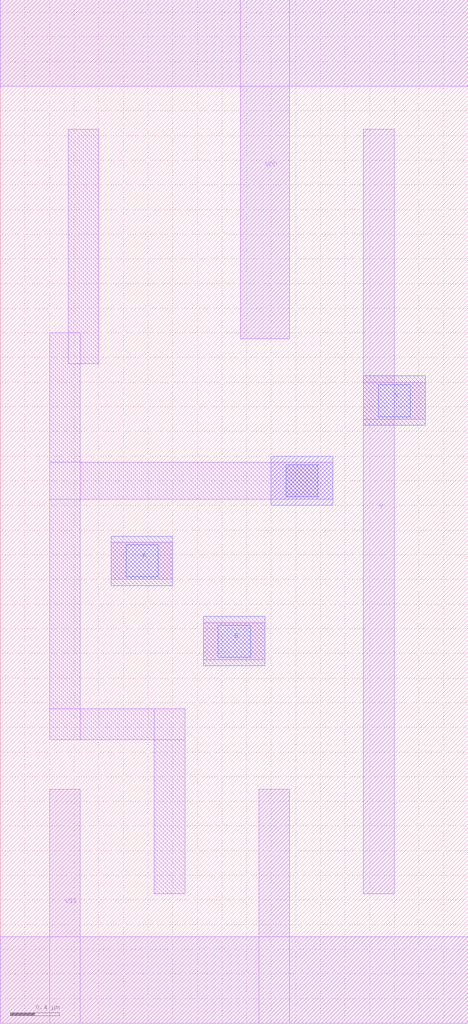
<source format=lef>
# Copyright 2022 Google LLC
# Licensed under the Apache License, Version 2.0 (the "License");
# you may not use this file except in compliance with the License.
# You may obtain a copy of the License at
#
#      http://www.apache.org/licenses/LICENSE-2.0
#
# Unless required by applicable law or agreed to in writing, software
# distributed under the License is distributed on an "AS IS" BASIS,
# WITHOUT WARRANTIES OR CONDITIONS OF ANY KIND, either express or implied.
# See the License for the specific language governing permissions and
# limitations under the License.
VERSION 5.7 ;
BUSBITCHARS "[]" ;
DIVIDERCHAR "/" ;

MACRO gf180mcu_osu_sc_gp12t3v3__or2_1
  CLASS CORE ;
  ORIGIN 0 0 ;
  FOREIGN gf180mcu_osu_sc_gp12t3v3__or2_1 0 0 ;
  SIZE 3.8 BY 8.3 ;
  SYMMETRY X Y ;
  SITE gf180mcu_osu_sc_gp12t3v3 ;
  PIN VDD
    DIRECTION INOUT ;
    USE POWER ;
    SHAPE ABUTMENT ;
    PORT
      LAYER Metal1 ;
        RECT 0 7.6 3.8 8.3 ;
        RECT 1.95 5.55 2.35 8.3 ;
    END
  END VDD
  PIN VSS
    DIRECTION INOUT ;
    USE GROUND ;
    SHAPE ABUTMENT ;
    PORT
      LAYER Metal1 ;
        RECT 0 0 3.8 0.7 ;
        RECT 2.1 0 2.35 1.9 ;
        RECT 0.4 0 0.65 1.9 ;
    END
  END VSS
  PIN A
    DIRECTION INPUT ;
    USE SIGNAL ;
    PORT
      LAYER Metal1 ;
        RECT 0.9 3.6 1.4 3.9 ;
      LAYER Metal2 ;
        RECT 0.9 3.55 1.4 3.95 ;
      LAYER Via1 ;
        RECT 1.02 3.62 1.28 3.88 ;
    END
  END A
  PIN B
    DIRECTION INPUT ;
    USE SIGNAL ;
    PORT
      LAYER Metal1 ;
        RECT 1.65 2.95 2.15 3.25 ;
      LAYER Metal2 ;
        RECT 1.65 2.9 2.15 3.3 ;
      LAYER Via1 ;
        RECT 1.77 2.97 2.03 3.23 ;
    END
  END B
  PIN Y
    DIRECTION OUTPUT ;
    USE SIGNAL ;
    PORT
      LAYER Metal1 ;
        RECT 2.95 4.9 3.45 5.2 ;
        RECT 2.95 1.05 3.2 7.25 ;
      LAYER Metal2 ;
        RECT 2.95 4.85 3.45 5.25 ;
      LAYER Via1 ;
        RECT 3.07 4.92 3.33 5.18 ;
    END
  END Y
  OBS
    LAYER Metal2 ;
      RECT 2.2 4.2 2.7 4.6 ;
    LAYER Via1 ;
      RECT 2.32 4.27 2.58 4.53 ;
    LAYER Metal1 ;
      RECT 0.55 5.35 0.8 7.25 ;
      RECT 0.4 2.3 0.65 5.6 ;
      RECT 0.4 4.25 2.7 4.55 ;
      RECT 0.4 2.3 1.5 2.55 ;
      RECT 1.25 1.05 1.5 2.55 ;
  END
END gf180mcu_osu_sc_gp12t3v3__or2_1

</source>
